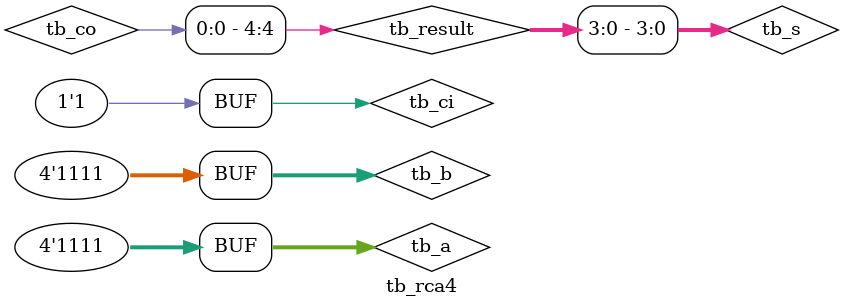
<source format=v>
`timescale 1ns/100ps //set timescale

module tb_rca4;
	//set reg tb_a, tb_b, tb_ci to use RCA4 testbench
	reg[3:0]tb_a;
	reg[3:0]tb_b;
	reg tb_ci;
	//set wire tb_s, tb_co, tb_result to use RCA4 testbench
	wire[3:0] tb_s;
	wire tb_co;
	//tb_result has set because of overflow by carryout
	wire [4:0]tb_result;
	//set testbench of RCA module
	rca4 U0_rca(.a(tb_a),.b(tb_b), .ci(tb_ci), .s(tb_s), .co(tb_co));
	
	initial
	
	begin //start testbench of RCA
	
		tb_a=4'b0; tb_b=4'b0; tb_ci = 0;//a=0000,b=0000,ci=0
	#10;
		tb_a=4'b0001; tb_b=4'b0001; tb_ci = 0; //a=0001,b=0001,ci=0
	#10;
		tb_a=4'b1001; tb_b=4'b0110; tb_ci = 0; //a=1001,b=0110,ci=0
	#10;
		tb_a=4'b1111; tb_b=4'b1111; tb_ci = 0; //a=1111,b=1111,ci=0
	#10;
		tb_ci =1;//a=1111,b=1111,ci=1
	#10;
	end
		//for checking output wave result of {co+s} by 5bit tb_result
		assign tb_result = {tb_co, tb_s};
		
endmodule
		
</source>
